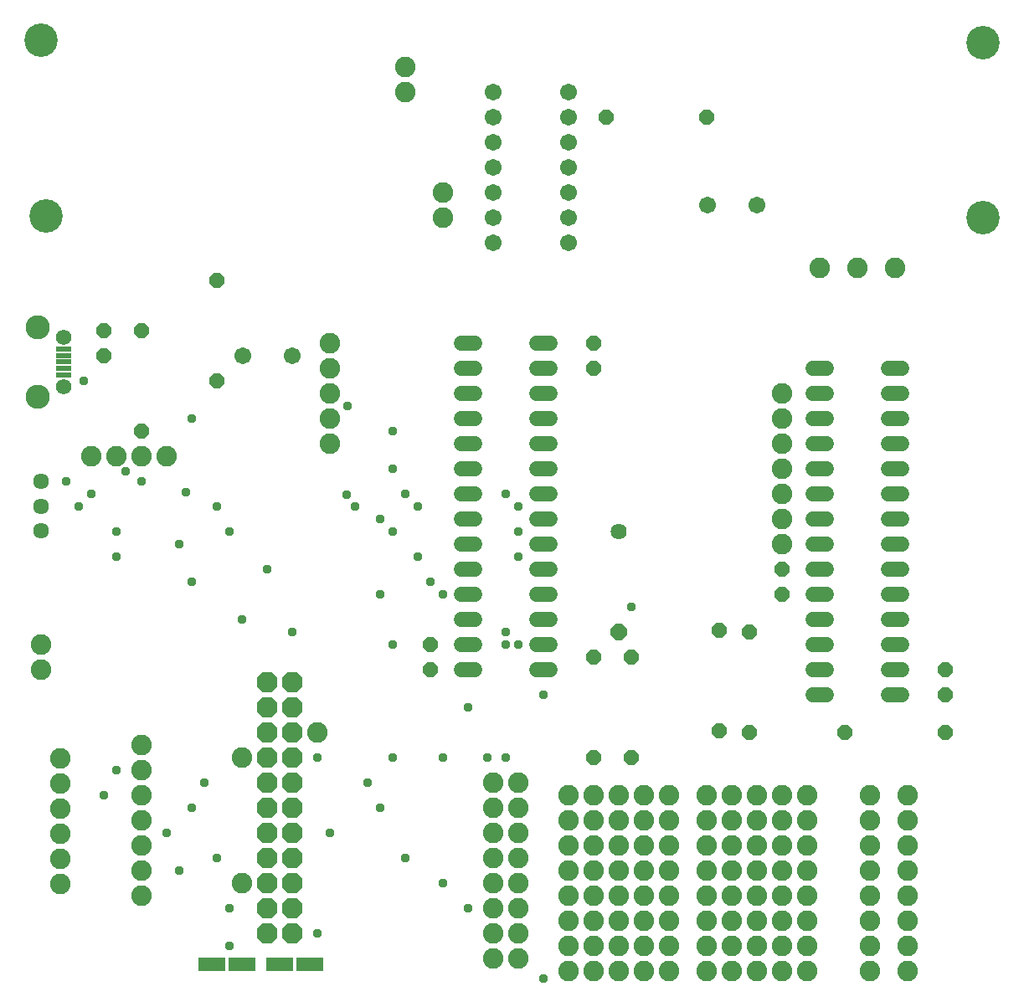
<source format=gts>
G75*
%MOIN*%
%OFA0B0*%
%FSLAX25Y25*%
%IPPOS*%
%LPD*%
%AMOC8*
5,1,8,0,0,1.08239X$1,22.5*
%
%ADD10C,0.13300*%
%ADD11C,0.06000*%
%ADD12R,0.06115X0.02375*%
%ADD13C,0.06146*%
%ADD14C,0.09658*%
%ADD15C,0.08200*%
%ADD16C,0.06343*%
%ADD17OC8,0.06000*%
%ADD18C,0.06737*%
%ADD19C,0.06400*%
%ADD20OC8,0.06400*%
%ADD21OC8,0.08200*%
%ADD22R,0.10800X0.05800*%
%ADD23C,0.03778*%
D10*
X0104923Y0312300D03*
X0102923Y0382300D03*
X0477923Y0381300D03*
X0477923Y0311800D03*
D11*
X0445523Y0251800D02*
X0440323Y0251800D01*
X0440323Y0241800D02*
X0445523Y0241800D01*
X0445523Y0231800D02*
X0440323Y0231800D01*
X0440323Y0221800D02*
X0445523Y0221800D01*
X0445523Y0211800D02*
X0440323Y0211800D01*
X0440323Y0201800D02*
X0445523Y0201800D01*
X0445523Y0191800D02*
X0440323Y0191800D01*
X0440323Y0181800D02*
X0445523Y0181800D01*
X0445523Y0171800D02*
X0440323Y0171800D01*
X0440323Y0161800D02*
X0445523Y0161800D01*
X0445523Y0151800D02*
X0440323Y0151800D01*
X0440323Y0141800D02*
X0445523Y0141800D01*
X0445523Y0131800D02*
X0440323Y0131800D01*
X0440323Y0121800D02*
X0445523Y0121800D01*
X0415523Y0121800D02*
X0410323Y0121800D01*
X0410323Y0131800D02*
X0415523Y0131800D01*
X0415523Y0141800D02*
X0410323Y0141800D01*
X0410323Y0151800D02*
X0415523Y0151800D01*
X0415523Y0161800D02*
X0410323Y0161800D01*
X0410323Y0171800D02*
X0415523Y0171800D01*
X0415523Y0181800D02*
X0410323Y0181800D01*
X0410323Y0191800D02*
X0415523Y0191800D01*
X0415523Y0201800D02*
X0410323Y0201800D01*
X0410323Y0211800D02*
X0415523Y0211800D01*
X0415523Y0221800D02*
X0410323Y0221800D01*
X0410323Y0231800D02*
X0415523Y0231800D01*
X0415523Y0241800D02*
X0410323Y0241800D01*
X0410323Y0251800D02*
X0415523Y0251800D01*
X0305523Y0251800D02*
X0300323Y0251800D01*
X0300323Y0241800D02*
X0305523Y0241800D01*
X0305523Y0231800D02*
X0300323Y0231800D01*
X0300323Y0221800D02*
X0305523Y0221800D01*
X0305523Y0211800D02*
X0300323Y0211800D01*
X0300323Y0201800D02*
X0305523Y0201800D01*
X0305523Y0191800D02*
X0300323Y0191800D01*
X0300323Y0181800D02*
X0305523Y0181800D01*
X0305523Y0171800D02*
X0300323Y0171800D01*
X0300323Y0161800D02*
X0305523Y0161800D01*
X0305523Y0151800D02*
X0300323Y0151800D01*
X0300323Y0141800D02*
X0305523Y0141800D01*
X0305523Y0131800D02*
X0300323Y0131800D01*
X0275523Y0131800D02*
X0270323Y0131800D01*
X0270323Y0141800D02*
X0275523Y0141800D01*
X0275523Y0151800D02*
X0270323Y0151800D01*
X0270323Y0161800D02*
X0275523Y0161800D01*
X0275523Y0171800D02*
X0270323Y0171800D01*
X0270323Y0181800D02*
X0275523Y0181800D01*
X0275523Y0191800D02*
X0270323Y0191800D01*
X0270323Y0201800D02*
X0275523Y0201800D01*
X0275523Y0211800D02*
X0270323Y0211800D01*
X0270323Y0221800D02*
X0275523Y0221800D01*
X0275523Y0231800D02*
X0270323Y0231800D01*
X0270323Y0241800D02*
X0275523Y0241800D01*
X0275523Y0251800D02*
X0270323Y0251800D01*
X0270323Y0261800D02*
X0275523Y0261800D01*
X0300323Y0261800D02*
X0305523Y0261800D01*
D12*
X0112053Y0259418D03*
X0112053Y0256859D03*
X0112053Y0254300D03*
X0112053Y0251741D03*
X0112053Y0249182D03*
D13*
X0112053Y0244457D03*
X0112053Y0264143D03*
D14*
X0101423Y0268080D03*
X0101423Y0240520D03*
D15*
X0110423Y0046300D03*
X0110423Y0056300D03*
X0110423Y0066300D03*
X0110423Y0076300D03*
X0110423Y0086300D03*
X0110423Y0096300D03*
X0142923Y0091800D03*
X0142923Y0101800D03*
X0142923Y0081800D03*
X0142923Y0071800D03*
X0142923Y0061800D03*
X0142923Y0051800D03*
X0142923Y0041800D03*
X0182923Y0046800D03*
X0182923Y0096800D03*
X0212923Y0106800D03*
X0282923Y0086800D03*
X0282923Y0076800D03*
X0292923Y0076800D03*
X0292923Y0086800D03*
X0312923Y0081800D03*
X0312923Y0071800D03*
X0322923Y0071800D03*
X0322923Y0081800D03*
X0332923Y0081800D03*
X0332923Y0071800D03*
X0342923Y0071800D03*
X0342923Y0081800D03*
X0352923Y0081800D03*
X0352923Y0071800D03*
X0352923Y0061800D03*
X0342923Y0061800D03*
X0332923Y0061800D03*
X0322923Y0061800D03*
X0312923Y0061800D03*
X0312923Y0051800D03*
X0322923Y0051800D03*
X0332923Y0051800D03*
X0342923Y0051800D03*
X0352923Y0051800D03*
X0352923Y0041800D03*
X0342923Y0041800D03*
X0332923Y0041800D03*
X0322923Y0041800D03*
X0312923Y0041800D03*
X0312923Y0031800D03*
X0322923Y0031800D03*
X0332923Y0031800D03*
X0342923Y0031800D03*
X0352923Y0031800D03*
X0352923Y0021800D03*
X0342923Y0021800D03*
X0332923Y0021800D03*
X0322923Y0021800D03*
X0312923Y0021800D03*
X0312923Y0011800D03*
X0322923Y0011800D03*
X0332923Y0011800D03*
X0342923Y0011800D03*
X0352923Y0011800D03*
X0367923Y0011800D03*
X0377923Y0011800D03*
X0387923Y0011800D03*
X0397923Y0011800D03*
X0407923Y0011800D03*
X0407923Y0021800D03*
X0397923Y0021800D03*
X0387923Y0021800D03*
X0377923Y0021800D03*
X0367923Y0021800D03*
X0367923Y0031800D03*
X0367923Y0041800D03*
X0377923Y0041800D03*
X0377923Y0031800D03*
X0387923Y0031800D03*
X0387923Y0041800D03*
X0397923Y0041800D03*
X0397923Y0031800D03*
X0407923Y0031800D03*
X0407923Y0041800D03*
X0407923Y0051800D03*
X0397923Y0051800D03*
X0387923Y0051800D03*
X0377923Y0051800D03*
X0367923Y0051800D03*
X0367923Y0061800D03*
X0377923Y0061800D03*
X0387923Y0061800D03*
X0397923Y0061800D03*
X0407923Y0061800D03*
X0407923Y0071800D03*
X0397923Y0071800D03*
X0387923Y0071800D03*
X0377923Y0071800D03*
X0367923Y0071800D03*
X0367923Y0081800D03*
X0377923Y0081800D03*
X0387923Y0081800D03*
X0397923Y0081800D03*
X0407923Y0081800D03*
X0432923Y0081800D03*
X0432923Y0071800D03*
X0432923Y0061800D03*
X0432923Y0051800D03*
X0432923Y0041800D03*
X0432923Y0031800D03*
X0432923Y0021800D03*
X0432923Y0011800D03*
X0447923Y0011800D03*
X0447923Y0021800D03*
X0447923Y0031800D03*
X0447923Y0041800D03*
X0447923Y0051800D03*
X0447923Y0061800D03*
X0447923Y0071800D03*
X0447923Y0081800D03*
X0397923Y0181800D03*
X0397923Y0191800D03*
X0397923Y0201800D03*
X0397923Y0211800D03*
X0397923Y0221800D03*
X0397923Y0231800D03*
X0397923Y0241800D03*
X0412923Y0291800D03*
X0427923Y0291800D03*
X0442923Y0291800D03*
X0262923Y0311800D03*
X0262923Y0321800D03*
X0247923Y0361800D03*
X0247923Y0371800D03*
X0217923Y0261800D03*
X0217923Y0251800D03*
X0217923Y0241800D03*
X0217923Y0231800D03*
X0217923Y0221800D03*
X0152923Y0216800D03*
X0142923Y0216800D03*
X0132923Y0216800D03*
X0122923Y0216800D03*
X0102923Y0141800D03*
X0102923Y0131800D03*
X0282923Y0066800D03*
X0282923Y0056800D03*
X0292923Y0056800D03*
X0292923Y0066800D03*
X0292923Y0046800D03*
X0282923Y0046800D03*
X0282923Y0036800D03*
X0292923Y0036800D03*
X0292923Y0026800D03*
X0282923Y0026800D03*
X0282923Y0016800D03*
X0292923Y0016800D03*
D16*
X0102923Y0186957D03*
X0102923Y0196800D03*
X0102923Y0206643D03*
D17*
X0142923Y0226800D03*
X0172923Y0246800D03*
X0142923Y0266800D03*
X0127923Y0266800D03*
X0127923Y0256800D03*
X0172923Y0286800D03*
X0322923Y0261800D03*
X0322923Y0251800D03*
X0397923Y0171800D03*
X0397923Y0161800D03*
X0384923Y0146800D03*
X0372923Y0147300D03*
X0337923Y0136800D03*
X0322923Y0136800D03*
X0322923Y0096800D03*
X0337923Y0096800D03*
X0372923Y0107300D03*
X0384923Y0106800D03*
X0422923Y0106800D03*
X0462923Y0106800D03*
X0462923Y0121800D03*
X0462923Y0131800D03*
X0257923Y0131800D03*
X0257923Y0141800D03*
X0327923Y0351800D03*
X0367923Y0351800D03*
D18*
X0368081Y0316800D03*
X0387766Y0316800D03*
X0312923Y0311800D03*
X0312923Y0301800D03*
X0312923Y0321800D03*
X0312923Y0331800D03*
X0312923Y0341800D03*
X0312923Y0351800D03*
X0312923Y0361800D03*
X0282923Y0361800D03*
X0282923Y0351800D03*
X0282923Y0341800D03*
X0282923Y0331800D03*
X0282923Y0321800D03*
X0282923Y0311800D03*
X0282923Y0301800D03*
X0202766Y0256800D03*
X0183081Y0256800D03*
D19*
X0332923Y0186800D03*
D20*
X0332923Y0146800D03*
D21*
X0202923Y0126800D03*
X0192923Y0126800D03*
X0192923Y0116800D03*
X0202923Y0116800D03*
X0202923Y0106800D03*
X0192923Y0106800D03*
X0192923Y0096800D03*
X0202923Y0096800D03*
X0202923Y0086800D03*
X0192923Y0086800D03*
X0192923Y0076800D03*
X0202923Y0076800D03*
X0202923Y0066800D03*
X0192923Y0066800D03*
X0192923Y0056800D03*
X0202923Y0056800D03*
X0202923Y0046800D03*
X0192923Y0046800D03*
X0192923Y0036800D03*
X0202923Y0036800D03*
X0202923Y0026800D03*
X0192923Y0026800D03*
D22*
X0197923Y0014300D03*
X0209923Y0014300D03*
X0182923Y0014300D03*
X0170923Y0014300D03*
D23*
X0177923Y0021800D03*
X0177923Y0036800D03*
X0157923Y0051800D03*
X0152923Y0066800D03*
X0162923Y0076800D03*
X0167923Y0086800D03*
X0172923Y0056800D03*
X0212923Y0026800D03*
X0247923Y0056800D03*
X0262923Y0046800D03*
X0272923Y0036800D03*
X0302923Y0008889D03*
X0237923Y0076800D03*
X0232923Y0086800D03*
X0242923Y0096800D03*
X0262923Y0096800D03*
X0280423Y0096800D03*
X0287923Y0096800D03*
X0272923Y0116800D03*
X0287923Y0141800D03*
X0292923Y0141800D03*
X0287923Y0146800D03*
X0262923Y0161800D03*
X0257923Y0166800D03*
X0252923Y0176800D03*
X0242923Y0186800D03*
X0237923Y0191800D03*
X0227923Y0196800D03*
X0224423Y0201300D03*
X0242923Y0211800D03*
X0247923Y0201800D03*
X0252923Y0196800D03*
X0287923Y0201800D03*
X0292923Y0196800D03*
X0292923Y0186800D03*
X0292923Y0176800D03*
X0337923Y0156800D03*
X0302923Y0121800D03*
X0242923Y0141800D03*
X0237923Y0161800D03*
X0202923Y0146800D03*
X0182923Y0151800D03*
X0162923Y0166800D03*
X0157923Y0181800D03*
X0177923Y0186800D03*
X0172923Y0196800D03*
X0160423Y0202300D03*
X0142923Y0206800D03*
X0136423Y0210800D03*
X0122923Y0201800D03*
X0117923Y0196800D03*
X0112923Y0206800D03*
X0132923Y0186800D03*
X0132923Y0176800D03*
X0192923Y0171800D03*
X0242923Y0226800D03*
X0225034Y0236800D03*
X0162923Y0231800D03*
X0119923Y0246800D03*
X0212923Y0096800D03*
X0217923Y0066800D03*
X0132923Y0091800D03*
X0127923Y0081800D03*
M02*

</source>
